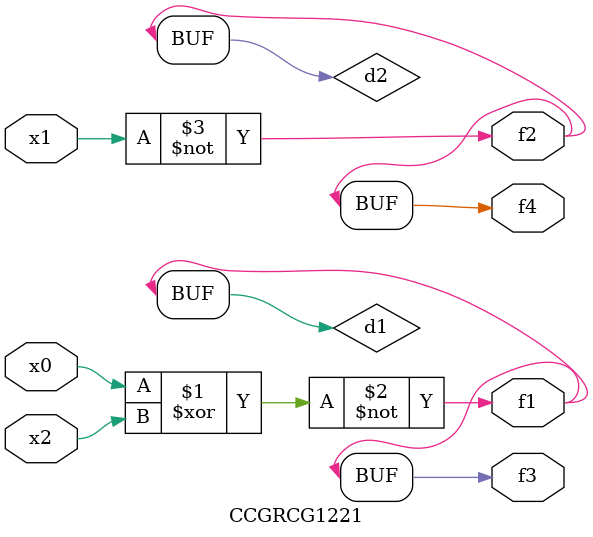
<source format=v>
module CCGRCG1221(
	input x0, x1, x2,
	output f1, f2, f3, f4
);

	wire d1, d2, d3;

	xnor (d1, x0, x2);
	nand (d2, x1);
	nor (d3, x1, x2);
	assign f1 = d1;
	assign f2 = d2;
	assign f3 = d1;
	assign f4 = d2;
endmodule

</source>
